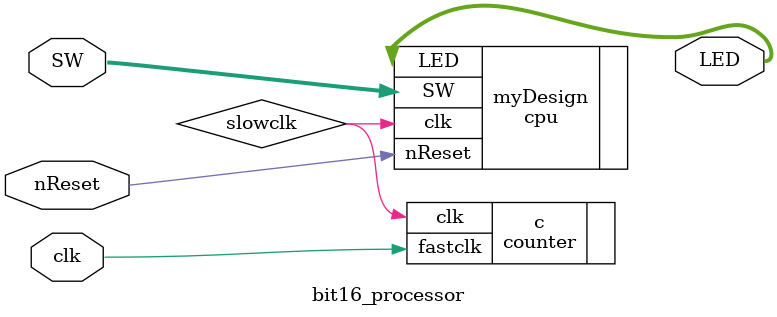
<source format=sv>

module bit16_processor(
  input logic clk, 
  //input logic nReset,
  input logic [7:0] SW, // Switches SW0..SW7
  input logic nReset,
  output logic [7:0] LED); // LEDs
  
  logic slowclk;

  cpu myDesign (.clk(slowclk), .nReset(nReset),.SW(SW[7:0]),.LED(LED[7:0]));
  counter c (.fastclk(clk), .clk(slowclk));
endmodule  
</source>
